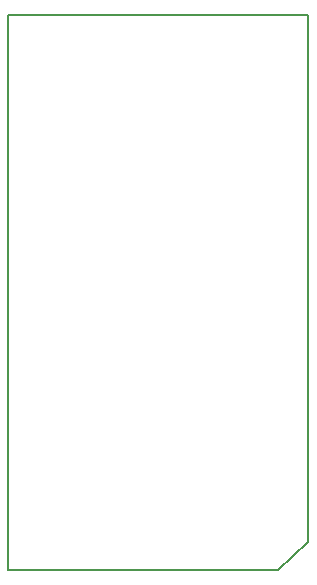
<source format=gm1>
G04 #@! TF.GenerationSoftware,KiCad,Pcbnew,8.0.6*
G04 #@! TF.CreationDate,2025-01-06T22:58:23-05:00*
G04 #@! TF.ProjectId,MikroBusCAN,4d696b72-6f42-4757-9343-414e2e6b6963,rev?*
G04 #@! TF.SameCoordinates,Original*
G04 #@! TF.FileFunction,Profile,NP*
%FSLAX46Y46*%
G04 Gerber Fmt 4.6, Leading zero omitted, Abs format (unit mm)*
G04 Created by KiCad (PCBNEW 8.0.6) date 2025-01-06 22:58:23*
%MOMM*%
%LPD*%
G01*
G04 APERTURE LIST*
G04 #@! TA.AperFunction,Profile*
%ADD10C,0.150000*%
G04 #@! TD*
G04 APERTURE END LIST*
D10*
X86096000Y-64058000D02*
X60696000Y-64058000D01*
X86096000Y-108660000D02*
X86096000Y-64058000D01*
X60696000Y-111058000D02*
X83556000Y-111058000D01*
X83556000Y-111058000D02*
X86096000Y-108660000D01*
X60696000Y-64058000D02*
X60696000Y-111058000D01*
M02*

</source>
